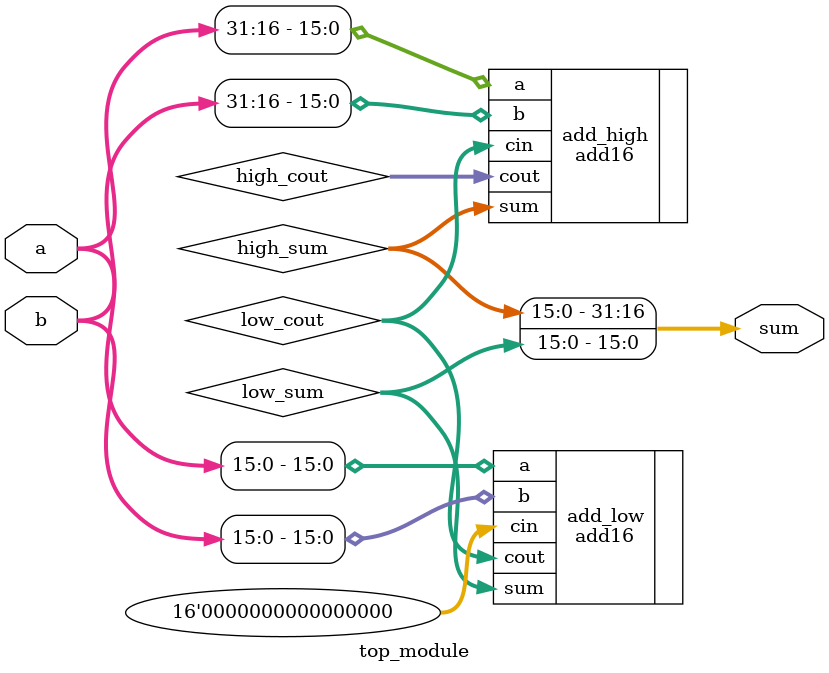
<source format=v>
module top_module(input [31:0] a,
                  input [31:0] b,
                  output [31:0] sum);
wire[15:0] low_cout, low_sum;
add16 add_low(
.a(a[15:0]),
.b(b[15:0]),
.cin({16{1'b0}}),
.sum(low_sum),
.cout(low_cout)
);

wire [15:0] high_cout,high_sum;
add16 add_high(
.a(a[31:16]),
.b(b[31:16]),
.cin(low_cout),
.sum(high_sum),
.cout(high_cout)
);
assign sum = {high_sum,low_sum};
endmodule

</source>
